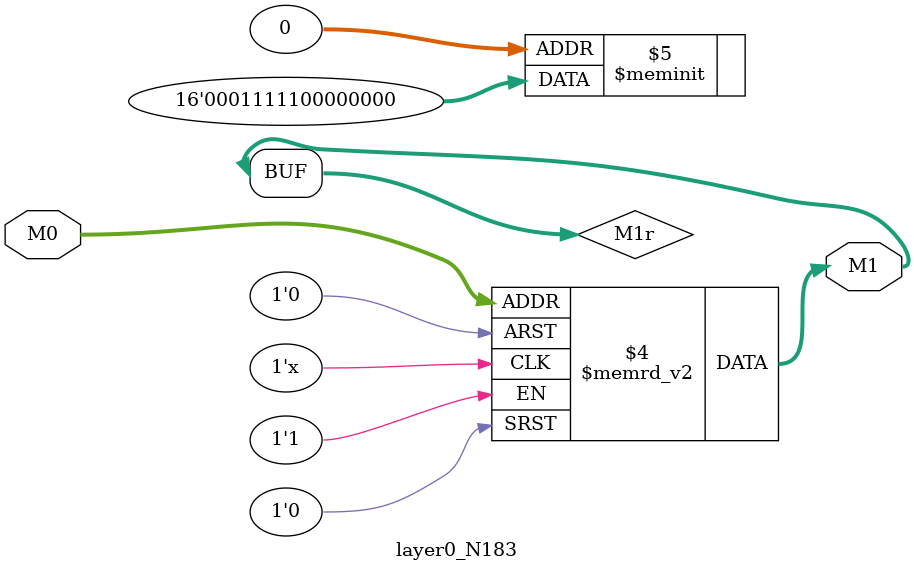
<source format=v>
module layer0_N183 ( input [2:0] M0, output [1:0] M1 );

	(*rom_style = "distributed" *) reg [1:0] M1r;
	assign M1 = M1r;
	always @ (M0) begin
		case (M0)
			3'b000: M1r = 2'b00;
			3'b100: M1r = 2'b11;
			3'b010: M1r = 2'b00;
			3'b110: M1r = 2'b01;
			3'b001: M1r = 2'b00;
			3'b101: M1r = 2'b11;
			3'b011: M1r = 2'b00;
			3'b111: M1r = 2'b00;

		endcase
	end
endmodule

</source>
